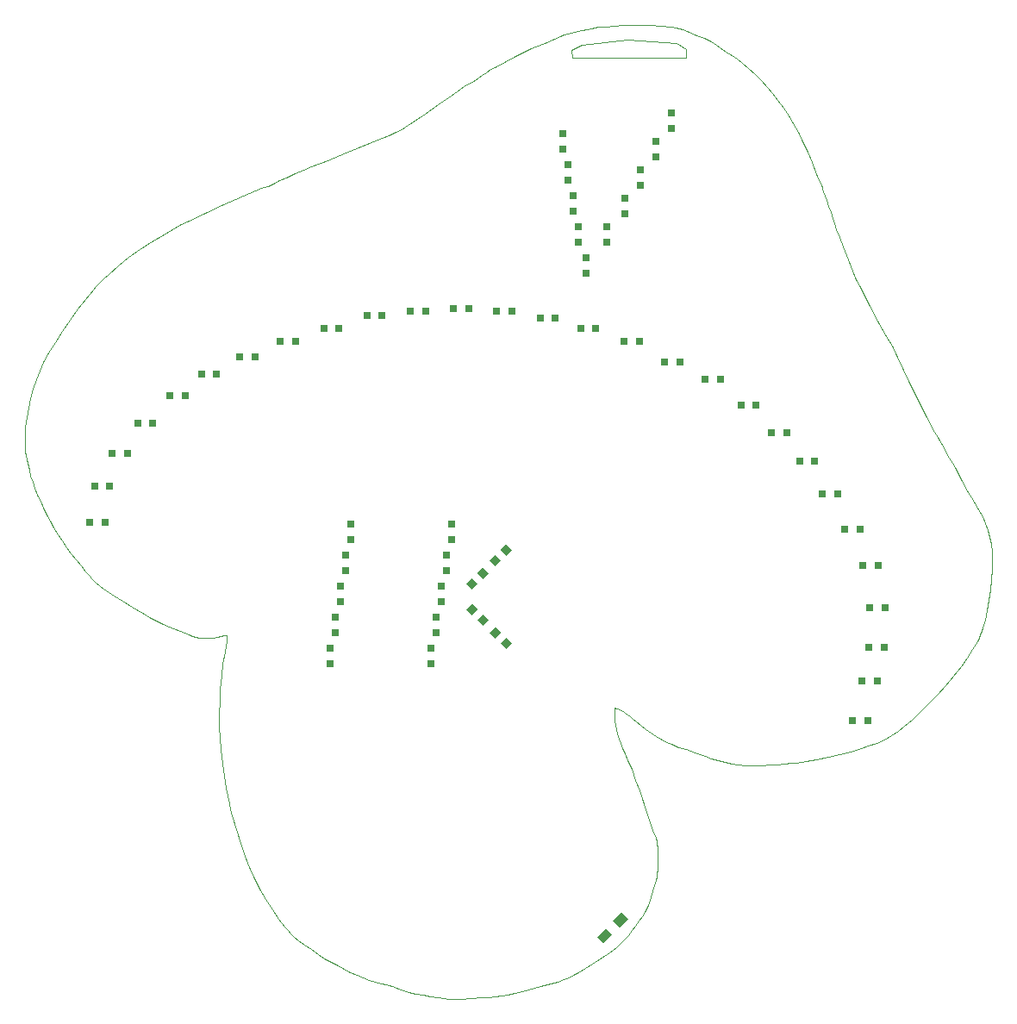
<source format=gtp>
%TF.GenerationSoftware,KiCad,Pcbnew,4.0.5+dfsg1-4*%
%TF.CreationDate,2020-02-09T15:28:45-08:00*%
%TF.ProjectId,VineBadge2020,56696E654261646765323032302E6B69,rev?*%
%TF.FileFunction,Paste,Top*%
%FSLAX46Y46*%
G04 Gerber Fmt 4.6, Leading zero omitted, Abs format (unit mm)*
G04 Created by KiCad (PCBNEW 4.0.5+dfsg1-4) date Sun Feb  9 15:28:45 2020*
%MOMM*%
%LPD*%
G01*
G04 APERTURE LIST*
%ADD10C,0.150000*%
%ADD11C,0.100000*%
%ADD12R,0.797560X0.797560*%
G04 APERTURE END LIST*
D10*
D11*
X135672421Y-141921116D02*
X135025389Y-141832416D01*
X135025389Y-141832416D02*
X134316972Y-141718351D01*
X134316972Y-141718351D02*
X133585642Y-141585231D01*
X133585642Y-141585231D02*
X132869876Y-141439363D01*
X132869876Y-141439363D02*
X132208147Y-141287056D01*
X132208147Y-141287056D02*
X131638930Y-141134619D01*
X131638930Y-141134619D02*
X131200700Y-140988360D01*
X131200700Y-140988360D02*
X131042728Y-140919520D01*
X131042728Y-140919520D02*
X130931931Y-140854590D01*
X130931931Y-140854590D02*
X130797893Y-140794510D01*
X130797893Y-140794510D02*
X130553602Y-140712160D01*
X130553602Y-140712160D02*
X130267718Y-140631320D01*
X130267718Y-140631320D02*
X130008901Y-140575760D01*
X130008901Y-140575760D02*
X129460359Y-140467654D01*
X129460359Y-140467654D02*
X128893379Y-140315190D01*
X128893379Y-140315190D02*
X128306935Y-140121361D01*
X128306935Y-140121361D02*
X127699998Y-139889158D01*
X127699998Y-139889158D02*
X127071541Y-139621573D01*
X127071541Y-139621573D02*
X126420536Y-139321599D01*
X126420536Y-139321599D02*
X125046771Y-138636449D01*
X125046771Y-138636449D02*
X124535018Y-138351508D01*
X124535018Y-138351508D02*
X123927302Y-137981001D01*
X123927302Y-137981001D02*
X123265558Y-137553840D01*
X123265558Y-137553840D02*
X122591723Y-137098940D01*
X122591723Y-137098940D02*
X121947732Y-136645214D01*
X121947732Y-136645214D02*
X121375519Y-136221576D01*
X121375519Y-136221576D02*
X120917020Y-135856941D01*
X120917020Y-135856941D02*
X120614171Y-135580221D01*
X120614171Y-135580221D02*
X120315025Y-135250531D01*
X120315025Y-135250531D02*
X120010689Y-134889147D01*
X120010689Y-134889147D02*
X119392691Y-134081774D01*
X119392691Y-134081774D02*
X118772661Y-133179057D01*
X118772661Y-133179057D02*
X118163086Y-132201953D01*
X118163086Y-132201953D02*
X117576452Y-131171416D01*
X117576452Y-131171416D02*
X117025244Y-130108403D01*
X117025244Y-130108403D02*
X116521948Y-129033869D01*
X116521948Y-129033869D02*
X116079051Y-127968769D01*
X116079051Y-127968769D02*
X115813685Y-127192023D01*
X115813685Y-127192023D02*
X115637071Y-126644247D01*
X115637071Y-126644247D02*
X114851051Y-123923258D01*
X114851051Y-123923258D02*
X114704019Y-123377545D01*
X114704019Y-123377545D02*
X114557889Y-122744575D01*
X114557889Y-122744575D02*
X114413736Y-122030713D01*
X114413736Y-122030713D02*
X114272636Y-121242323D01*
X114272636Y-121242323D02*
X114003898Y-119467422D01*
X114003898Y-119467422D02*
X113760281Y-117470788D01*
X113760281Y-117470788D02*
X113659795Y-116333215D01*
X113659795Y-116333215D02*
X113601545Y-115157308D01*
X113601545Y-115157308D02*
X113585175Y-113952798D01*
X113585175Y-113952798D02*
X113610315Y-112729414D01*
X113610315Y-112729414D02*
X113676605Y-111496888D01*
X113676605Y-111496888D02*
X113783681Y-110264951D01*
X113783681Y-110264951D02*
X113931183Y-109043333D01*
X113931183Y-109043333D02*
X114118748Y-107841764D01*
X114118748Y-107841764D02*
X114297726Y-106737864D01*
X114297726Y-106737864D02*
X114343046Y-106392933D01*
X114343046Y-106392933D02*
X114348846Y-106255418D01*
X114348846Y-106255418D02*
X114258856Y-106255552D01*
X114258856Y-106255552D02*
X114043279Y-106285392D01*
X114043279Y-106285392D02*
X113364595Y-106413471D01*
X113364595Y-106413471D02*
X112974684Y-106483811D01*
X112974684Y-106483811D02*
X112605346Y-106526181D01*
X112605346Y-106526181D02*
X112252206Y-106540211D01*
X112252206Y-106540211D02*
X111910889Y-106525511D01*
X111910889Y-106525511D02*
X111577021Y-106481711D01*
X111577021Y-106481711D02*
X111246233Y-106408421D01*
X111246233Y-106408421D02*
X110914139Y-106305276D01*
X110914139Y-106305276D02*
X110576371Y-106171894D01*
X110576371Y-106171894D02*
X109765694Y-105841926D01*
X109765694Y-105841926D02*
X108675011Y-105421578D01*
X108675011Y-105421578D02*
X108077598Y-105172283D01*
X108077598Y-105172283D02*
X107404644Y-104851816D01*
X107404644Y-104851816D02*
X106738608Y-104501489D01*
X106738608Y-104501489D02*
X106161951Y-104162614D01*
X106161951Y-104162614D02*
X105038834Y-103465196D01*
X105038834Y-103465196D02*
X104055981Y-102875691D01*
X104055981Y-102875691D02*
X103661216Y-102634428D01*
X103661216Y-102634428D02*
X103207651Y-102337949D01*
X103207651Y-102337949D02*
X102252030Y-101671891D01*
X102252030Y-101671891D02*
X101444945Y-101062609D01*
X101444945Y-101062609D02*
X101177049Y-100837102D01*
X101177049Y-100837102D02*
X101042221Y-100695199D01*
X101042221Y-100695199D02*
X100838844Y-100431968D01*
X100838844Y-100431968D02*
X100480651Y-100008812D01*
X100480651Y-100008812D02*
X99980424Y-99419472D01*
X99980424Y-99419472D02*
X99495778Y-98816786D01*
X99495778Y-98816786D02*
X99027691Y-98202512D01*
X99027691Y-98202512D02*
X98577142Y-97578411D01*
X98577142Y-97578411D02*
X98145108Y-96946240D01*
X98145108Y-96946240D02*
X97732568Y-96307759D01*
X97732568Y-96307759D02*
X97340499Y-95664727D01*
X97340499Y-95664727D02*
X96969880Y-95018902D01*
X96969880Y-95018902D02*
X96621689Y-94372045D01*
X96621689Y-94372045D02*
X96296903Y-93725913D01*
X96296903Y-93725913D02*
X95996501Y-93082265D01*
X95996501Y-93082265D02*
X95721461Y-92442861D01*
X95721461Y-92442861D02*
X95472761Y-91809460D01*
X95472761Y-91809460D02*
X95251379Y-91183821D01*
X95251379Y-91183821D02*
X95058293Y-90567702D01*
X95058293Y-90567702D02*
X94894481Y-89962863D01*
X94894481Y-89962863D02*
X94664032Y-88980819D01*
X94664032Y-88980819D02*
X94588655Y-88589558D01*
X94588655Y-88589558D02*
X94535796Y-88231601D01*
X94535796Y-88231601D02*
X94502420Y-87882044D01*
X94502420Y-87882044D02*
X94485492Y-87515985D01*
X94485492Y-87515985D02*
X94488842Y-86634746D01*
X94488842Y-86634746D02*
X94505910Y-86206974D01*
X94505910Y-86206974D02*
X94538714Y-85765193D01*
X94538714Y-85765193D02*
X94649137Y-84849041D01*
X94649137Y-84849041D02*
X94815327Y-83905170D01*
X94815327Y-83905170D02*
X95032496Y-82952456D01*
X95032496Y-82952456D02*
X95295859Y-82009779D01*
X95295859Y-82009779D02*
X95600631Y-81096017D01*
X95600631Y-81096017D02*
X95942024Y-80230049D01*
X95942024Y-80230049D02*
X96315252Y-79430753D01*
X96315252Y-79430753D02*
X96833894Y-78479280D01*
X96833894Y-78479280D02*
X97459502Y-77437775D01*
X97459502Y-77437775D02*
X98162589Y-76348061D01*
X98162589Y-76348061D02*
X98913665Y-75251963D01*
X98913665Y-75251963D02*
X99683243Y-74191303D01*
X99683243Y-74191303D02*
X100441834Y-73207905D01*
X100441834Y-73207905D02*
X101159950Y-72343594D01*
X101159950Y-72343594D02*
X101494615Y-71969165D01*
X101494615Y-71969165D02*
X101808102Y-71640192D01*
X101808102Y-71640192D02*
X102240961Y-71215205D01*
X102240961Y-71215205D02*
X102696539Y-70790775D01*
X102696539Y-70790775D02*
X103668570Y-69948664D01*
X103668570Y-69948664D02*
X104709627Y-69124019D01*
X104709627Y-69124019D02*
X105805147Y-68327000D01*
X105805147Y-68327000D02*
X106940563Y-67567770D01*
X106940563Y-67567770D02*
X108101310Y-66856487D01*
X108101310Y-66856487D02*
X109272822Y-66203313D01*
X109272822Y-66203313D02*
X109858062Y-65901692D01*
X109858062Y-65901692D02*
X110440532Y-65618409D01*
X110440532Y-65618409D02*
X114018287Y-63948449D01*
X114018287Y-63948449D02*
X115151995Y-63435895D01*
X115151995Y-63435895D02*
X115905842Y-63112190D01*
X115905842Y-63112190D02*
X117715072Y-62319111D01*
X117715072Y-62319111D02*
X117940699Y-62261661D01*
X117940699Y-62261661D02*
X118348877Y-62105243D01*
X118348877Y-62105243D02*
X118881660Y-61873744D01*
X118881660Y-61873744D02*
X119481102Y-61591054D01*
X119481102Y-61591054D02*
X120187159Y-61258905D01*
X120187159Y-61258905D02*
X121010244Y-60892740D01*
X121010244Y-60892740D02*
X121848071Y-60537016D01*
X121848071Y-60537016D02*
X122598352Y-60236189D01*
X122598352Y-60236189D02*
X124268352Y-59579254D01*
X124268352Y-59579254D02*
X125994392Y-58880015D01*
X125994392Y-58880015D02*
X129526272Y-57426082D01*
X129526272Y-57426082D02*
X130254829Y-57114893D01*
X130254829Y-57114893D02*
X130933081Y-56803220D01*
X130933081Y-56803220D02*
X131485256Y-56527252D01*
X131485256Y-56527252D02*
X131835582Y-56323178D01*
X131835582Y-56323178D02*
X133780972Y-55022769D01*
X133780972Y-55022769D02*
X135102206Y-54125923D01*
X135102206Y-54125923D02*
X136309972Y-53264503D01*
X136309972Y-53264503D02*
X137240639Y-52604256D01*
X137240639Y-52604256D02*
X137628618Y-52349178D01*
X137628618Y-52349178D02*
X137895652Y-52191091D01*
X137895652Y-52191091D02*
X138421495Y-51871149D01*
X138421495Y-51871149D02*
X139041582Y-51435034D01*
X139041582Y-51435034D02*
X139382873Y-51194808D01*
X139382873Y-51194808D02*
X139804131Y-50924276D01*
X139804131Y-50924276D02*
X140251839Y-50656584D01*
X140251839Y-50656584D02*
X140672482Y-50424877D01*
X140672482Y-50424877D02*
X142702902Y-49343954D01*
X142702902Y-49343954D02*
X143194531Y-49088761D01*
X143194531Y-49088761D02*
X143729778Y-48829785D01*
X143729778Y-48829785D02*
X144244013Y-48597293D01*
X144244013Y-48597293D02*
X144672602Y-48421551D01*
X144672602Y-48421551D02*
X145565609Y-48062389D01*
X145565609Y-48062389D02*
X146472702Y-47666197D01*
X146472702Y-47666197D02*
X147110982Y-47396595D01*
X147110982Y-47396595D02*
X147442464Y-47280875D01*
X147442464Y-47280875D02*
X147813871Y-47168966D01*
X147813871Y-47168966D02*
X148771548Y-46929859D01*
X148771548Y-46929859D02*
X150174192Y-46625817D01*
X150174192Y-46625817D02*
X150787157Y-46521450D01*
X150787157Y-46521450D02*
X151519688Y-46437363D01*
X151519688Y-46437363D02*
X152345180Y-46374419D01*
X152345180Y-46374419D02*
X153237027Y-46333477D01*
X153237027Y-46333477D02*
X154168622Y-46315401D01*
X154168622Y-46315401D02*
X155113358Y-46321052D01*
X155113358Y-46321052D02*
X156044630Y-46351288D01*
X156044630Y-46351288D02*
X156935832Y-46406972D01*
X156935832Y-46406972D02*
X158030677Y-46505703D01*
X158030677Y-46505703D02*
X158430722Y-46561768D01*
X158430722Y-46561768D02*
X158784188Y-46635137D01*
X158784188Y-46635137D02*
X159129828Y-46735436D01*
X159129828Y-46735436D02*
X159506397Y-46872292D01*
X159506397Y-46872292D02*
X160507332Y-47294180D01*
X160507332Y-47294180D02*
X161212581Y-47617127D01*
X161212581Y-47617127D02*
X161875998Y-47950792D01*
X161875998Y-47950792D02*
X162423040Y-48255839D01*
X162423040Y-48255839D02*
X162779162Y-48492935D01*
X162779162Y-48492935D02*
X163362461Y-48922885D01*
X163362461Y-48922885D02*
X163962102Y-49309754D01*
X163962102Y-49309754D02*
X164450714Y-49629753D01*
X164450714Y-49629753D02*
X164996024Y-50048763D01*
X164996024Y-50048763D02*
X165580192Y-50549475D01*
X165580192Y-50549475D02*
X166185377Y-51114581D01*
X166185377Y-51114581D02*
X166793738Y-51726774D01*
X166793738Y-51726774D02*
X167387434Y-52368745D01*
X167387434Y-52368745D02*
X167948626Y-53023188D01*
X167948626Y-53023188D02*
X168459472Y-53672791D01*
X168459472Y-53672791D02*
X168994275Y-54417591D01*
X168994275Y-54417591D02*
X169499247Y-55184442D01*
X169499247Y-55184442D02*
X169980831Y-55985647D01*
X169980831Y-55985647D02*
X170445468Y-56833507D01*
X170445468Y-56833507D02*
X170899600Y-57740326D01*
X170899600Y-57740326D02*
X171349669Y-58718406D01*
X171349669Y-58718406D02*
X171802115Y-59780048D01*
X171802115Y-59780048D02*
X172263382Y-60937557D01*
X172263382Y-60937557D02*
X172791802Y-62222823D01*
X172791802Y-62222823D02*
X172828622Y-62365942D01*
X172828622Y-62365942D02*
X172928868Y-62659131D01*
X172928868Y-62659131D02*
X173258404Y-63524840D01*
X173258404Y-63524840D02*
X173463200Y-64065459D01*
X173463200Y-64065459D02*
X173675901Y-64671436D01*
X173675901Y-64671436D02*
X173871371Y-65268671D01*
X173871371Y-65268671D02*
X174024474Y-65783067D01*
X174024474Y-65783067D02*
X174208932Y-66367614D01*
X174208932Y-66367614D02*
X174489788Y-67155853D01*
X174489788Y-67155853D02*
X174828864Y-68044517D01*
X174828864Y-68044517D02*
X175187984Y-68930334D01*
X175187984Y-68930334D02*
X175798198Y-70412535D01*
X175798198Y-70412535D02*
X176052004Y-71082605D01*
X176052004Y-71082605D02*
X176155974Y-71326088D01*
X176155974Y-71326088D02*
X176435830Y-71887277D01*
X176435830Y-71887277D02*
X177330868Y-73600482D01*
X177330868Y-73600482D02*
X178352459Y-75497635D01*
X178352459Y-75497635D02*
X179115944Y-76854153D01*
X179115944Y-76854153D02*
X179668284Y-77833061D01*
X179668284Y-77833061D02*
X180138844Y-78755936D01*
X180138844Y-78755936D02*
X181412864Y-81404844D01*
X181412864Y-81404844D02*
X182985844Y-84665039D01*
X182985844Y-84665039D02*
X183286066Y-85277387D01*
X183286066Y-85277387D02*
X183577706Y-85840069D01*
X183577706Y-85840069D02*
X183827426Y-86290681D01*
X183827426Y-86290681D02*
X184001884Y-86566822D01*
X184001884Y-86566822D02*
X184153504Y-86792901D01*
X184153504Y-86792901D02*
X184341034Y-87107208D01*
X184341034Y-87107208D02*
X184728467Y-87834163D01*
X184728467Y-87834163D02*
X185103771Y-88550099D01*
X185103771Y-88550099D02*
X185413757Y-89063991D01*
X185413757Y-89063991D02*
X185577393Y-89324994D01*
X185577393Y-89324994D02*
X185828167Y-89762119D01*
X185828167Y-89762119D02*
X186454527Y-90921006D01*
X186454527Y-90921006D02*
X187145858Y-92190670D01*
X187145858Y-92190670D02*
X187466961Y-92747707D01*
X187466961Y-92747707D02*
X187716477Y-93155138D01*
X187716477Y-93155138D02*
X188160300Y-93878038D01*
X188160300Y-93878038D02*
X188535434Y-94575716D01*
X188535434Y-94575716D02*
X188844938Y-95257710D01*
X188844938Y-95257710D02*
X189091870Y-95933558D01*
X189091870Y-95933558D02*
X189279285Y-96612799D01*
X189279285Y-96612799D02*
X189410243Y-97304971D01*
X189410243Y-97304971D02*
X189487803Y-98019611D01*
X189487803Y-98019611D02*
X189515023Y-98766259D01*
X189515023Y-98766259D02*
X189493933Y-99715172D01*
X189493933Y-99715172D02*
X189426633Y-100723241D01*
X189426633Y-100723241D02*
X189318334Y-101757609D01*
X189318334Y-101757609D02*
X189174238Y-102785419D01*
X189174238Y-102785419D02*
X188999551Y-103773813D01*
X188999551Y-103773813D02*
X188799478Y-104689933D01*
X188799478Y-104689933D02*
X188579226Y-105500922D01*
X188579226Y-105500922D02*
X188463159Y-105856724D01*
X188463159Y-105856724D02*
X188343999Y-106173921D01*
X188343999Y-106173921D02*
X188200028Y-106502067D01*
X188200028Y-106502067D02*
X188026643Y-106851137D01*
X188026643Y-106851137D02*
X187596293Y-107605852D01*
X187596293Y-107605852D02*
X187062266Y-108425670D01*
X187062266Y-108425670D02*
X186433879Y-109298192D01*
X186433879Y-109298192D02*
X185720449Y-110211023D01*
X185720449Y-110211023D02*
X184931293Y-111151764D01*
X184931293Y-111151764D02*
X184075730Y-112108020D01*
X184075730Y-112108020D02*
X183163076Y-113067393D01*
X183163076Y-113067393D02*
X182346514Y-113880224D01*
X182346514Y-113880224D02*
X181604227Y-114572113D01*
X181604227Y-114572113D02*
X180911982Y-115160019D01*
X180911982Y-115160019D02*
X180245546Y-115660900D01*
X180245546Y-115660900D02*
X179580687Y-116091716D01*
X179580687Y-116091716D02*
X178893172Y-116469426D01*
X178893172Y-116469426D02*
X178158769Y-116810988D01*
X178158769Y-116810988D02*
X177353246Y-117133362D01*
X177353246Y-117133362D02*
X176602872Y-117382243D01*
X176602872Y-117382243D02*
X175640622Y-117653449D01*
X175640622Y-117653449D02*
X174542385Y-117930344D01*
X174542385Y-117930344D02*
X173384047Y-118196296D01*
X173384047Y-118196296D02*
X172241498Y-118434671D01*
X172241498Y-118434671D02*
X171190624Y-118628834D01*
X171190624Y-118628834D02*
X170307314Y-118762153D01*
X170307314Y-118762153D02*
X169952211Y-118800793D01*
X169952211Y-118800793D02*
X169667456Y-118817993D01*
X169667456Y-118817993D02*
X169192006Y-118829133D01*
X169192006Y-118829133D02*
X168141412Y-118936329D01*
X168141412Y-118936329D02*
X168060232Y-118948559D01*
X168060232Y-118948559D02*
X168093212Y-118949260D01*
X168093212Y-118949260D02*
X168109872Y-118949055D01*
X168109872Y-118949055D02*
X168103872Y-118950455D01*
X168103872Y-118950455D02*
X167955833Y-118964245D01*
X167955833Y-118964245D02*
X166637799Y-119077707D01*
X166637799Y-119077707D02*
X165959631Y-119079907D01*
X165959631Y-119079907D02*
X165275066Y-119046167D01*
X165275066Y-119046167D02*
X164588385Y-118977187D01*
X164588385Y-118977187D02*
X163903874Y-118873733D01*
X163903874Y-118873733D02*
X163225814Y-118736559D01*
X163225814Y-118736559D02*
X162558490Y-118566420D01*
X162558490Y-118566420D02*
X161906184Y-118364073D01*
X161906184Y-118364073D02*
X161273179Y-118130275D01*
X161273179Y-118130275D02*
X160294503Y-117763143D01*
X160294503Y-117763143D02*
X159411399Y-117469600D01*
X159411399Y-117469600D02*
X158652305Y-117219187D01*
X158652305Y-117219187D02*
X157971789Y-116955745D01*
X157971789Y-116955745D02*
X157536274Y-116746088D01*
X157536274Y-116746088D02*
X157041934Y-116475342D01*
X157041934Y-116475342D02*
X156512730Y-116159326D01*
X156512730Y-116159326D02*
X155972623Y-115813860D01*
X155972623Y-115813860D02*
X155445575Y-115454766D01*
X155445575Y-115454766D02*
X154955547Y-115097861D01*
X154955547Y-115097861D02*
X154526502Y-114758967D01*
X154526502Y-114758967D02*
X154182399Y-114453903D01*
X154182399Y-114453903D02*
X153955120Y-114247314D01*
X153955120Y-114247314D02*
X153717411Y-114053804D01*
X153717411Y-114053804D02*
X153476011Y-113877483D01*
X153476011Y-113877483D02*
X153237659Y-113722457D01*
X153237659Y-113722457D02*
X153009095Y-113592837D01*
X153009095Y-113592837D02*
X152797057Y-113492729D01*
X152797057Y-113492729D02*
X152608285Y-113426239D01*
X152608285Y-113426239D02*
X152449519Y-113397479D01*
X152449519Y-113397479D02*
X152426089Y-113625489D01*
X152426089Y-113625489D02*
X152417489Y-114176524D01*
X152417489Y-114176524D02*
X152433619Y-114608153D01*
X152433619Y-114608153D02*
X152480069Y-115044325D01*
X152480069Y-115044325D02*
X152557319Y-115486778D01*
X152557319Y-115486778D02*
X152665840Y-115937253D01*
X152665840Y-115937253D02*
X152806114Y-116397489D01*
X152806114Y-116397489D02*
X152978617Y-116869225D01*
X152978617Y-116869225D02*
X153183826Y-117354201D01*
X153183826Y-117354201D02*
X153422218Y-117854155D01*
X153422218Y-117854155D02*
X153720709Y-118512229D01*
X153720709Y-118512229D02*
X154087877Y-119416851D01*
X154087877Y-119416851D02*
X154477138Y-120448765D01*
X154477138Y-120448765D02*
X154841908Y-121488710D01*
X154841908Y-121488710D02*
X155569196Y-123627022D01*
X155569196Y-123627022D02*
X156170558Y-125349489D01*
X156170558Y-125349489D02*
X156448477Y-126163185D01*
X156448477Y-126163185D02*
X156538607Y-126482071D01*
X156538607Y-126482071D02*
X156602177Y-126775825D01*
X156602177Y-126775825D02*
X156643687Y-127069579D01*
X156643687Y-127069579D02*
X156667627Y-127388464D01*
X156667627Y-127388464D02*
X156680767Y-128202160D01*
X156680767Y-128202160D02*
X156663947Y-128984474D01*
X156663947Y-128984474D02*
X156639647Y-129315129D01*
X156639647Y-129315129D02*
X156601347Y-129628497D01*
X156601347Y-129628497D02*
X156546487Y-129941866D01*
X156546487Y-129941866D02*
X156472507Y-130272520D01*
X156472507Y-130272520D02*
X156256947Y-131054834D01*
X156256947Y-131054834D02*
X155874629Y-132249401D01*
X155874629Y-132249401D02*
X155692925Y-132758497D01*
X155692925Y-132758497D02*
X155548517Y-133118513D01*
X155548517Y-133118513D02*
X155376165Y-133450975D01*
X155376165Y-133450975D02*
X155130331Y-133854613D01*
X155130331Y-133854613D02*
X154829017Y-134305055D01*
X154829017Y-134305055D02*
X154490222Y-134777927D01*
X154490222Y-134777927D02*
X154131948Y-135248859D01*
X154131948Y-135248859D02*
X153772195Y-135693477D01*
X153772195Y-135693477D02*
X153428965Y-136087409D01*
X153428965Y-136087409D02*
X153120257Y-136406284D01*
X153120257Y-136406284D02*
X152567507Y-136935363D01*
X152567507Y-136935363D02*
X152284692Y-137187555D01*
X152284692Y-137187555D02*
X151907407Y-137385403D01*
X151907407Y-137385403D02*
X150225707Y-138482255D01*
X150225707Y-138482255D02*
X148897874Y-139333482D01*
X148897874Y-139333482D02*
X148401704Y-139619264D01*
X148401704Y-139619264D02*
X147934773Y-139848527D01*
X147934773Y-139848527D02*
X147435139Y-140048802D01*
X147435139Y-140048802D02*
X146840859Y-140247614D01*
X146840859Y-140247614D02*
X145120587Y-140750964D01*
X145120587Y-140750964D02*
X143322725Y-141243252D01*
X143322725Y-141243252D02*
X142594868Y-141419092D01*
X142594868Y-141419092D02*
X141935743Y-141556651D01*
X141935743Y-141556651D02*
X141311361Y-141662372D01*
X141311361Y-141662372D02*
X140687731Y-141742692D01*
X140687731Y-141742692D02*
X140030866Y-141804062D01*
X140030866Y-141804062D02*
X139306777Y-141852922D01*
X139306777Y-141852922D02*
X137269147Y-141982671D01*
X137269147Y-141982671D02*
X136933020Y-141993481D01*
X136933020Y-141993481D02*
X136519912Y-141985381D01*
X136519912Y-141985381D02*
X136082219Y-141960521D01*
X136082219Y-141960521D02*
X135672337Y-141920931D01*
X135672337Y-141920931D02*
X135672377Y-141920992D01*
X135672377Y-141920992D02*
X135672421Y-141921116D01*
X149184032Y-48226688D02*
X153719747Y-47754217D01*
X153719747Y-47754217D02*
X158538944Y-48084946D01*
X158538944Y-48084946D02*
X159460260Y-48722781D01*
X159460260Y-48722781D02*
X159483890Y-49549604D01*
X159483890Y-49549604D02*
X148262715Y-49549604D01*
X148262715Y-49549604D02*
X148215465Y-48793652D01*
X148215465Y-48793652D02*
X149184028Y-48226688D01*
X149184028Y-48226688D02*
X149184032Y-48226688D01*
D10*
G36*
X140722165Y-99483795D02*
X140158205Y-98919835D01*
X140722165Y-98355875D01*
X141286125Y-98919835D01*
X140722165Y-99483795D01*
X140722165Y-99483795D01*
G37*
G36*
X141781835Y-98424125D02*
X141217875Y-97860165D01*
X141781835Y-97296205D01*
X142345795Y-97860165D01*
X141781835Y-98424125D01*
X141781835Y-98424125D01*
G37*
D12*
X126520000Y-95354700D03*
X126520000Y-96853300D03*
X125504000Y-102949300D03*
X125504000Y-101450700D03*
X124488000Y-109045300D03*
X124488000Y-107546700D03*
D10*
G36*
X138436165Y-101769795D02*
X137872205Y-101205835D01*
X138436165Y-100641875D01*
X139000125Y-101205835D01*
X138436165Y-101769795D01*
X138436165Y-101769795D01*
G37*
G36*
X139495835Y-100710125D02*
X138931875Y-100146165D01*
X139495835Y-99582205D01*
X140059795Y-100146165D01*
X139495835Y-100710125D01*
X139495835Y-100710125D01*
G37*
G36*
X137872205Y-103702165D02*
X138436165Y-103138205D01*
X139000125Y-103702165D01*
X138436165Y-104266125D01*
X137872205Y-103702165D01*
X137872205Y-103702165D01*
G37*
G36*
X138931875Y-104761835D02*
X139495835Y-104197875D01*
X140059795Y-104761835D01*
X139495835Y-105325795D01*
X138931875Y-104761835D01*
X138931875Y-104761835D01*
G37*
D12*
X124996000Y-104498700D03*
X124996000Y-105997300D03*
X136426000Y-96853300D03*
X136426000Y-95354700D03*
X148364000Y-63096700D03*
X148364000Y-64595300D03*
X148872000Y-66144700D03*
X148872000Y-67643300D03*
X132350700Y-74380000D03*
X133849300Y-74380000D03*
X149634000Y-69192700D03*
X149634000Y-70691300D03*
X110249300Y-82750000D03*
X108750700Y-82750000D03*
X111850700Y-80630000D03*
X113349300Y-80630000D03*
X115600700Y-78880000D03*
X117099300Y-78880000D03*
X119600700Y-77380000D03*
X121099300Y-77380000D03*
X156492000Y-59261300D03*
X156492000Y-57762700D03*
X149101400Y-76130000D03*
X150600000Y-76130000D03*
X154849300Y-77380000D03*
X153350700Y-77380000D03*
X125348600Y-76130000D03*
X123850000Y-76130000D03*
X161351400Y-81130000D03*
X162850000Y-81130000D03*
X178323300Y-99406000D03*
X176824700Y-99406000D03*
X175046700Y-95850000D03*
X176545300Y-95850000D03*
X179019300Y-103580000D03*
X177520700Y-103580000D03*
X135410000Y-101450700D03*
X135410000Y-102949300D03*
X134902000Y-104498700D03*
X134902000Y-105997300D03*
X126012000Y-98402700D03*
X126012000Y-99901300D03*
X135918000Y-98402700D03*
X135918000Y-99901300D03*
X134394000Y-107546700D03*
X134394000Y-109045300D03*
D10*
G36*
X140158205Y-105988165D02*
X140722165Y-105424205D01*
X141286125Y-105988165D01*
X140722165Y-106552125D01*
X140158205Y-105988165D01*
X140158205Y-105988165D01*
G37*
G36*
X141217875Y-107047835D02*
X141781835Y-106483875D01*
X142345795Y-107047835D01*
X141781835Y-107611795D01*
X141217875Y-107047835D01*
X141217875Y-107047835D01*
G37*
D12*
X147348000Y-57000700D03*
X147348000Y-58499300D03*
X147856000Y-60048700D03*
X147856000Y-61547300D03*
X101350700Y-91630000D03*
X102849300Y-91630000D03*
X153444000Y-64849300D03*
X153444000Y-63350700D03*
X103070865Y-88409835D03*
X104569465Y-88409835D03*
X154968000Y-62055300D03*
X154968000Y-60556700D03*
X107069465Y-85409835D03*
X105570865Y-85409835D03*
X138098600Y-74130000D03*
X136600000Y-74130000D03*
X151666000Y-67643300D03*
X151666000Y-66144700D03*
X158016000Y-56467300D03*
X158016000Y-54968700D03*
X142349300Y-74380000D03*
X140850700Y-74380000D03*
X145101400Y-75130000D03*
X146600000Y-75130000D03*
X128100000Y-74880000D03*
X129598600Y-74880000D03*
X158849300Y-79380000D03*
X157350700Y-79380000D03*
X166349300Y-83630000D03*
X164850700Y-83630000D03*
X167850700Y-86380000D03*
X169349300Y-86380000D03*
X172099300Y-89130000D03*
X170600700Y-89130000D03*
X172850700Y-92380000D03*
X174349300Y-92380000D03*
X175808700Y-114646000D03*
X177307300Y-114646000D03*
X178259300Y-110760000D03*
X176760700Y-110760000D03*
X177400700Y-107440000D03*
X178899300Y-107440000D03*
X102349300Y-95130000D03*
X100850700Y-95130000D03*
D10*
G36*
X153113883Y-133449721D02*
X153750279Y-134086117D01*
X152901751Y-134934645D01*
X152265355Y-134298249D01*
X153113883Y-133449721D01*
X153113883Y-133449721D01*
G37*
G36*
X151558249Y-135005355D02*
X152194645Y-135641751D01*
X151346117Y-136490279D01*
X150709721Y-135853883D01*
X151558249Y-135005355D01*
X151558249Y-135005355D01*
G37*
M02*

</source>
